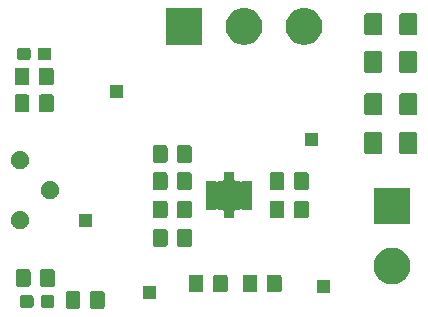
<source format=gbr>
G04 #@! TF.GenerationSoftware,KiCad,Pcbnew,(5.1.5)-2*
G04 #@! TF.CreationDate,2020-02-05T11:48:52+00:00*
G04 #@! TF.ProjectId,OPA1622_eval,4f504131-3632-4325-9f65-76616c2e6b69,rev?*
G04 #@! TF.SameCoordinates,Original*
G04 #@! TF.FileFunction,Soldermask,Top*
G04 #@! TF.FilePolarity,Negative*
%FSLAX46Y46*%
G04 Gerber Fmt 4.6, Leading zero omitted, Abs format (unit mm)*
G04 Created by KiCad (PCBNEW (5.1.5)-2) date 2020-02-05 11:48:52*
%MOMM*%
%LPD*%
G04 APERTURE LIST*
%ADD10C,0.100000*%
G04 APERTURE END LIST*
D10*
G36*
X132806674Y-149113465D02*
G01*
X132844367Y-149124899D01*
X132879103Y-149143466D01*
X132909548Y-149168452D01*
X132934534Y-149198897D01*
X132953101Y-149233633D01*
X132964535Y-149271326D01*
X132969000Y-149316661D01*
X132969000Y-150403339D01*
X132964535Y-150448674D01*
X132953101Y-150486367D01*
X132934534Y-150521103D01*
X132909548Y-150551548D01*
X132879103Y-150576534D01*
X132844367Y-150595101D01*
X132806674Y-150606535D01*
X132761339Y-150611000D01*
X131924661Y-150611000D01*
X131879326Y-150606535D01*
X131841633Y-150595101D01*
X131806897Y-150576534D01*
X131776452Y-150551548D01*
X131751466Y-150521103D01*
X131732899Y-150486367D01*
X131721465Y-150448674D01*
X131717000Y-150403339D01*
X131717000Y-149316661D01*
X131721465Y-149271326D01*
X131732899Y-149233633D01*
X131751466Y-149198897D01*
X131776452Y-149168452D01*
X131806897Y-149143466D01*
X131841633Y-149124899D01*
X131879326Y-149113465D01*
X131924661Y-149109000D01*
X132761339Y-149109000D01*
X132806674Y-149113465D01*
G37*
G36*
X130756674Y-149113465D02*
G01*
X130794367Y-149124899D01*
X130829103Y-149143466D01*
X130859548Y-149168452D01*
X130884534Y-149198897D01*
X130903101Y-149233633D01*
X130914535Y-149271326D01*
X130919000Y-149316661D01*
X130919000Y-150403339D01*
X130914535Y-150448674D01*
X130903101Y-150486367D01*
X130884534Y-150521103D01*
X130859548Y-150551548D01*
X130829103Y-150576534D01*
X130794367Y-150595101D01*
X130756674Y-150606535D01*
X130711339Y-150611000D01*
X129874661Y-150611000D01*
X129829326Y-150606535D01*
X129791633Y-150595101D01*
X129756897Y-150576534D01*
X129726452Y-150551548D01*
X129701466Y-150521103D01*
X129682899Y-150486367D01*
X129671465Y-150448674D01*
X129667000Y-150403339D01*
X129667000Y-149316661D01*
X129671465Y-149271326D01*
X129682899Y-149233633D01*
X129701466Y-149198897D01*
X129726452Y-149168452D01*
X129756897Y-149143466D01*
X129791633Y-149124899D01*
X129829326Y-149113465D01*
X129874661Y-149109000D01*
X130711339Y-149109000D01*
X130756674Y-149113465D01*
G37*
G36*
X128543499Y-149465445D02*
G01*
X128580995Y-149476820D01*
X128615554Y-149495292D01*
X128645847Y-149520153D01*
X128670708Y-149550446D01*
X128689180Y-149585005D01*
X128700555Y-149622501D01*
X128705000Y-149667638D01*
X128705000Y-150306362D01*
X128700555Y-150351499D01*
X128689180Y-150388995D01*
X128670708Y-150423554D01*
X128645847Y-150453847D01*
X128615554Y-150478708D01*
X128580995Y-150497180D01*
X128543499Y-150508555D01*
X128498362Y-150513000D01*
X127759638Y-150513000D01*
X127714501Y-150508555D01*
X127677005Y-150497180D01*
X127642446Y-150478708D01*
X127612153Y-150453847D01*
X127587292Y-150423554D01*
X127568820Y-150388995D01*
X127557445Y-150351499D01*
X127553000Y-150306362D01*
X127553000Y-149667638D01*
X127557445Y-149622501D01*
X127568820Y-149585005D01*
X127587292Y-149550446D01*
X127612153Y-149520153D01*
X127642446Y-149495292D01*
X127677005Y-149476820D01*
X127714501Y-149465445D01*
X127759638Y-149461000D01*
X128498362Y-149461000D01*
X128543499Y-149465445D01*
G37*
G36*
X126793499Y-149465445D02*
G01*
X126830995Y-149476820D01*
X126865554Y-149495292D01*
X126895847Y-149520153D01*
X126920708Y-149550446D01*
X126939180Y-149585005D01*
X126950555Y-149622501D01*
X126955000Y-149667638D01*
X126955000Y-150306362D01*
X126950555Y-150351499D01*
X126939180Y-150388995D01*
X126920708Y-150423554D01*
X126895847Y-150453847D01*
X126865554Y-150478708D01*
X126830995Y-150497180D01*
X126793499Y-150508555D01*
X126748362Y-150513000D01*
X126009638Y-150513000D01*
X125964501Y-150508555D01*
X125927005Y-150497180D01*
X125892446Y-150478708D01*
X125862153Y-150453847D01*
X125837292Y-150423554D01*
X125818820Y-150388995D01*
X125807445Y-150351499D01*
X125803000Y-150306362D01*
X125803000Y-149667638D01*
X125807445Y-149622501D01*
X125818820Y-149585005D01*
X125837292Y-149550446D01*
X125862153Y-149520153D01*
X125892446Y-149495292D01*
X125927005Y-149476820D01*
X125964501Y-149465445D01*
X126009638Y-149461000D01*
X126748362Y-149461000D01*
X126793499Y-149465445D01*
G37*
G36*
X137330000Y-149776000D02*
G01*
X136228000Y-149776000D01*
X136228000Y-148674000D01*
X137330000Y-148674000D01*
X137330000Y-149776000D01*
G37*
G36*
X152062000Y-149268000D02*
G01*
X150960000Y-149268000D01*
X150960000Y-148166000D01*
X152062000Y-148166000D01*
X152062000Y-149268000D01*
G37*
G36*
X145742674Y-147716465D02*
G01*
X145780367Y-147727899D01*
X145815103Y-147746466D01*
X145845548Y-147771452D01*
X145870534Y-147801897D01*
X145889101Y-147836633D01*
X145900535Y-147874326D01*
X145905000Y-147919661D01*
X145905000Y-149006339D01*
X145900535Y-149051674D01*
X145889101Y-149089367D01*
X145870534Y-149124103D01*
X145845548Y-149154548D01*
X145815103Y-149179534D01*
X145780367Y-149198101D01*
X145742674Y-149209535D01*
X145697339Y-149214000D01*
X144860661Y-149214000D01*
X144815326Y-149209535D01*
X144777633Y-149198101D01*
X144742897Y-149179534D01*
X144712452Y-149154548D01*
X144687466Y-149124103D01*
X144668899Y-149089367D01*
X144657465Y-149051674D01*
X144653000Y-149006339D01*
X144653000Y-147919661D01*
X144657465Y-147874326D01*
X144668899Y-147836633D01*
X144687466Y-147801897D01*
X144712452Y-147771452D01*
X144742897Y-147746466D01*
X144777633Y-147727899D01*
X144815326Y-147716465D01*
X144860661Y-147712000D01*
X145697339Y-147712000D01*
X145742674Y-147716465D01*
G37*
G36*
X147792674Y-147716465D02*
G01*
X147830367Y-147727899D01*
X147865103Y-147746466D01*
X147895548Y-147771452D01*
X147920534Y-147801897D01*
X147939101Y-147836633D01*
X147950535Y-147874326D01*
X147955000Y-147919661D01*
X147955000Y-149006339D01*
X147950535Y-149051674D01*
X147939101Y-149089367D01*
X147920534Y-149124103D01*
X147895548Y-149154548D01*
X147865103Y-149179534D01*
X147830367Y-149198101D01*
X147792674Y-149209535D01*
X147747339Y-149214000D01*
X146910661Y-149214000D01*
X146865326Y-149209535D01*
X146827633Y-149198101D01*
X146792897Y-149179534D01*
X146762452Y-149154548D01*
X146737466Y-149124103D01*
X146718899Y-149089367D01*
X146707465Y-149051674D01*
X146703000Y-149006339D01*
X146703000Y-147919661D01*
X146707465Y-147874326D01*
X146718899Y-147836633D01*
X146737466Y-147801897D01*
X146762452Y-147771452D01*
X146792897Y-147746466D01*
X146827633Y-147727899D01*
X146865326Y-147716465D01*
X146910661Y-147712000D01*
X147747339Y-147712000D01*
X147792674Y-147716465D01*
G37*
G36*
X143229674Y-147716465D02*
G01*
X143267367Y-147727899D01*
X143302103Y-147746466D01*
X143332548Y-147771452D01*
X143357534Y-147801897D01*
X143376101Y-147836633D01*
X143387535Y-147874326D01*
X143392000Y-147919661D01*
X143392000Y-149006339D01*
X143387535Y-149051674D01*
X143376101Y-149089367D01*
X143357534Y-149124103D01*
X143332548Y-149154548D01*
X143302103Y-149179534D01*
X143267367Y-149198101D01*
X143229674Y-149209535D01*
X143184339Y-149214000D01*
X142347661Y-149214000D01*
X142302326Y-149209535D01*
X142264633Y-149198101D01*
X142229897Y-149179534D01*
X142199452Y-149154548D01*
X142174466Y-149124103D01*
X142155899Y-149089367D01*
X142144465Y-149051674D01*
X142140000Y-149006339D01*
X142140000Y-147919661D01*
X142144465Y-147874326D01*
X142155899Y-147836633D01*
X142174466Y-147801897D01*
X142199452Y-147771452D01*
X142229897Y-147746466D01*
X142264633Y-147727899D01*
X142302326Y-147716465D01*
X142347661Y-147712000D01*
X143184339Y-147712000D01*
X143229674Y-147716465D01*
G37*
G36*
X141179674Y-147716465D02*
G01*
X141217367Y-147727899D01*
X141252103Y-147746466D01*
X141282548Y-147771452D01*
X141307534Y-147801897D01*
X141326101Y-147836633D01*
X141337535Y-147874326D01*
X141342000Y-147919661D01*
X141342000Y-149006339D01*
X141337535Y-149051674D01*
X141326101Y-149089367D01*
X141307534Y-149124103D01*
X141282548Y-149154548D01*
X141252103Y-149179534D01*
X141217367Y-149198101D01*
X141179674Y-149209535D01*
X141134339Y-149214000D01*
X140297661Y-149214000D01*
X140252326Y-149209535D01*
X140214633Y-149198101D01*
X140179897Y-149179534D01*
X140149452Y-149154548D01*
X140124466Y-149124103D01*
X140105899Y-149089367D01*
X140094465Y-149051674D01*
X140090000Y-149006339D01*
X140090000Y-147919661D01*
X140094465Y-147874326D01*
X140105899Y-147836633D01*
X140124466Y-147801897D01*
X140149452Y-147771452D01*
X140179897Y-147746466D01*
X140214633Y-147727899D01*
X140252326Y-147716465D01*
X140297661Y-147712000D01*
X141134339Y-147712000D01*
X141179674Y-147716465D01*
G37*
G36*
X126538674Y-147253465D02*
G01*
X126576367Y-147264899D01*
X126611103Y-147283466D01*
X126641548Y-147308452D01*
X126666534Y-147338897D01*
X126685101Y-147373633D01*
X126696535Y-147411326D01*
X126701000Y-147456661D01*
X126701000Y-148543339D01*
X126696535Y-148588674D01*
X126685101Y-148626367D01*
X126666534Y-148661103D01*
X126641548Y-148691548D01*
X126611103Y-148716534D01*
X126576367Y-148735101D01*
X126538674Y-148746535D01*
X126493339Y-148751000D01*
X125656661Y-148751000D01*
X125611326Y-148746535D01*
X125573633Y-148735101D01*
X125538897Y-148716534D01*
X125508452Y-148691548D01*
X125483466Y-148661103D01*
X125464899Y-148626367D01*
X125453465Y-148588674D01*
X125449000Y-148543339D01*
X125449000Y-147456661D01*
X125453465Y-147411326D01*
X125464899Y-147373633D01*
X125483466Y-147338897D01*
X125508452Y-147308452D01*
X125538897Y-147283466D01*
X125573633Y-147264899D01*
X125611326Y-147253465D01*
X125656661Y-147249000D01*
X126493339Y-147249000D01*
X126538674Y-147253465D01*
G37*
G36*
X128588674Y-147253465D02*
G01*
X128626367Y-147264899D01*
X128661103Y-147283466D01*
X128691548Y-147308452D01*
X128716534Y-147338897D01*
X128735101Y-147373633D01*
X128746535Y-147411326D01*
X128751000Y-147456661D01*
X128751000Y-148543339D01*
X128746535Y-148588674D01*
X128735101Y-148626367D01*
X128716534Y-148661103D01*
X128691548Y-148691548D01*
X128661103Y-148716534D01*
X128626367Y-148735101D01*
X128588674Y-148746535D01*
X128543339Y-148751000D01*
X127706661Y-148751000D01*
X127661326Y-148746535D01*
X127623633Y-148735101D01*
X127588897Y-148716534D01*
X127558452Y-148691548D01*
X127533466Y-148661103D01*
X127514899Y-148626367D01*
X127503465Y-148588674D01*
X127499000Y-148543339D01*
X127499000Y-147456661D01*
X127503465Y-147411326D01*
X127514899Y-147373633D01*
X127533466Y-147338897D01*
X127558452Y-147308452D01*
X127588897Y-147283466D01*
X127623633Y-147264899D01*
X127661326Y-147253465D01*
X127706661Y-147249000D01*
X128543339Y-147249000D01*
X128588674Y-147253465D01*
G37*
G36*
X157602585Y-145458802D02*
G01*
X157752410Y-145488604D01*
X158034674Y-145605521D01*
X158288705Y-145775259D01*
X158504741Y-145991295D01*
X158674479Y-146245326D01*
X158791396Y-146527590D01*
X158791396Y-146527591D01*
X158851000Y-146827239D01*
X158851000Y-147132761D01*
X158826990Y-147253465D01*
X158791396Y-147432410D01*
X158674479Y-147714674D01*
X158504741Y-147968705D01*
X158288705Y-148184741D01*
X158034674Y-148354479D01*
X157752410Y-148471396D01*
X157602585Y-148501198D01*
X157452761Y-148531000D01*
X157147239Y-148531000D01*
X156997415Y-148501198D01*
X156847590Y-148471396D01*
X156565326Y-148354479D01*
X156311295Y-148184741D01*
X156095259Y-147968705D01*
X155925521Y-147714674D01*
X155808604Y-147432410D01*
X155773010Y-147253465D01*
X155749000Y-147132761D01*
X155749000Y-146827239D01*
X155808604Y-146527591D01*
X155808604Y-146527590D01*
X155925521Y-146245326D01*
X156095259Y-145991295D01*
X156311295Y-145775259D01*
X156565326Y-145605521D01*
X156847590Y-145488604D01*
X156997415Y-145458802D01*
X157147239Y-145429000D01*
X157452761Y-145429000D01*
X157602585Y-145458802D01*
G37*
G36*
X140188674Y-143853465D02*
G01*
X140226367Y-143864899D01*
X140261103Y-143883466D01*
X140291548Y-143908452D01*
X140316534Y-143938897D01*
X140335101Y-143973633D01*
X140346535Y-144011326D01*
X140351000Y-144056661D01*
X140351000Y-145143339D01*
X140346535Y-145188674D01*
X140335101Y-145226367D01*
X140316534Y-145261103D01*
X140291548Y-145291548D01*
X140261103Y-145316534D01*
X140226367Y-145335101D01*
X140188674Y-145346535D01*
X140143339Y-145351000D01*
X139306661Y-145351000D01*
X139261326Y-145346535D01*
X139223633Y-145335101D01*
X139188897Y-145316534D01*
X139158452Y-145291548D01*
X139133466Y-145261103D01*
X139114899Y-145226367D01*
X139103465Y-145188674D01*
X139099000Y-145143339D01*
X139099000Y-144056661D01*
X139103465Y-144011326D01*
X139114899Y-143973633D01*
X139133466Y-143938897D01*
X139158452Y-143908452D01*
X139188897Y-143883466D01*
X139223633Y-143864899D01*
X139261326Y-143853465D01*
X139306661Y-143849000D01*
X140143339Y-143849000D01*
X140188674Y-143853465D01*
G37*
G36*
X138138674Y-143853465D02*
G01*
X138176367Y-143864899D01*
X138211103Y-143883466D01*
X138241548Y-143908452D01*
X138266534Y-143938897D01*
X138285101Y-143973633D01*
X138296535Y-144011326D01*
X138301000Y-144056661D01*
X138301000Y-145143339D01*
X138296535Y-145188674D01*
X138285101Y-145226367D01*
X138266534Y-145261103D01*
X138241548Y-145291548D01*
X138211103Y-145316534D01*
X138176367Y-145335101D01*
X138138674Y-145346535D01*
X138093339Y-145351000D01*
X137256661Y-145351000D01*
X137211326Y-145346535D01*
X137173633Y-145335101D01*
X137138897Y-145316534D01*
X137108452Y-145291548D01*
X137083466Y-145261103D01*
X137064899Y-145226367D01*
X137053465Y-145188674D01*
X137049000Y-145143339D01*
X137049000Y-144056661D01*
X137053465Y-144011326D01*
X137064899Y-143973633D01*
X137083466Y-143938897D01*
X137108452Y-143908452D01*
X137138897Y-143883466D01*
X137173633Y-143864899D01*
X137211326Y-143853465D01*
X137256661Y-143849000D01*
X138093339Y-143849000D01*
X138138674Y-143853465D01*
G37*
G36*
X125925589Y-142318876D02*
G01*
X126024893Y-142338629D01*
X126165206Y-142396748D01*
X126291484Y-142481125D01*
X126398875Y-142588516D01*
X126483252Y-142714794D01*
X126541371Y-142855107D01*
X126571000Y-143004063D01*
X126571000Y-143155937D01*
X126541371Y-143304893D01*
X126483252Y-143445206D01*
X126398875Y-143571484D01*
X126291484Y-143678875D01*
X126165206Y-143763252D01*
X126024893Y-143821371D01*
X125925589Y-143841124D01*
X125875938Y-143851000D01*
X125724062Y-143851000D01*
X125674411Y-143841124D01*
X125575107Y-143821371D01*
X125434794Y-143763252D01*
X125308516Y-143678875D01*
X125201125Y-143571484D01*
X125116748Y-143445206D01*
X125058629Y-143304893D01*
X125029000Y-143155937D01*
X125029000Y-143004063D01*
X125058629Y-142855107D01*
X125116748Y-142714794D01*
X125201125Y-142588516D01*
X125308516Y-142481125D01*
X125434794Y-142396748D01*
X125575107Y-142338629D01*
X125674411Y-142318876D01*
X125724062Y-142309000D01*
X125875938Y-142309000D01*
X125925589Y-142318876D01*
G37*
G36*
X131869000Y-143680000D02*
G01*
X130767000Y-143680000D01*
X130767000Y-142578000D01*
X131869000Y-142578000D01*
X131869000Y-143680000D01*
G37*
G36*
X158851000Y-143451000D02*
G01*
X155749000Y-143451000D01*
X155749000Y-140349000D01*
X158851000Y-140349000D01*
X158851000Y-143451000D01*
G37*
G36*
X148038674Y-141453465D02*
G01*
X148076367Y-141464899D01*
X148111103Y-141483466D01*
X148141548Y-141508452D01*
X148166534Y-141538897D01*
X148185101Y-141573633D01*
X148196535Y-141611326D01*
X148201000Y-141656661D01*
X148201000Y-142743339D01*
X148196535Y-142788674D01*
X148185101Y-142826367D01*
X148166534Y-142861103D01*
X148141548Y-142891548D01*
X148111103Y-142916534D01*
X148076367Y-142935101D01*
X148038674Y-142946535D01*
X147993339Y-142951000D01*
X147156661Y-142951000D01*
X147111326Y-142946535D01*
X147073633Y-142935101D01*
X147038897Y-142916534D01*
X147008452Y-142891548D01*
X146983466Y-142861103D01*
X146964899Y-142826367D01*
X146953465Y-142788674D01*
X146949000Y-142743339D01*
X146949000Y-141656661D01*
X146953465Y-141611326D01*
X146964899Y-141573633D01*
X146983466Y-141538897D01*
X147008452Y-141508452D01*
X147038897Y-141483466D01*
X147073633Y-141464899D01*
X147111326Y-141453465D01*
X147156661Y-141449000D01*
X147993339Y-141449000D01*
X148038674Y-141453465D01*
G37*
G36*
X150088674Y-141453465D02*
G01*
X150126367Y-141464899D01*
X150161103Y-141483466D01*
X150191548Y-141508452D01*
X150216534Y-141538897D01*
X150235101Y-141573633D01*
X150246535Y-141611326D01*
X150251000Y-141656661D01*
X150251000Y-142743339D01*
X150246535Y-142788674D01*
X150235101Y-142826367D01*
X150216534Y-142861103D01*
X150191548Y-142891548D01*
X150161103Y-142916534D01*
X150126367Y-142935101D01*
X150088674Y-142946535D01*
X150043339Y-142951000D01*
X149206661Y-142951000D01*
X149161326Y-142946535D01*
X149123633Y-142935101D01*
X149088897Y-142916534D01*
X149058452Y-142891548D01*
X149033466Y-142861103D01*
X149014899Y-142826367D01*
X149003465Y-142788674D01*
X148999000Y-142743339D01*
X148999000Y-141656661D01*
X149003465Y-141611326D01*
X149014899Y-141573633D01*
X149033466Y-141538897D01*
X149058452Y-141508452D01*
X149088897Y-141483466D01*
X149123633Y-141464899D01*
X149161326Y-141453465D01*
X149206661Y-141449000D01*
X150043339Y-141449000D01*
X150088674Y-141453465D01*
G37*
G36*
X143941000Y-139624001D02*
G01*
X143943402Y-139648387D01*
X143950515Y-139671836D01*
X143962066Y-139693447D01*
X143977611Y-139712389D01*
X143996553Y-139727934D01*
X144018164Y-139739485D01*
X144041613Y-139746598D01*
X144065999Y-139749000D01*
X144379273Y-139749000D01*
X144385515Y-139769577D01*
X144397066Y-139791188D01*
X144412611Y-139810130D01*
X144431553Y-139825675D01*
X144453164Y-139837226D01*
X144476613Y-139844339D01*
X144500999Y-139846741D01*
X144525385Y-139844339D01*
X144548834Y-139837226D01*
X144561863Y-139830262D01*
X144561910Y-139830351D01*
X144572762Y-139824550D01*
X144572766Y-139824547D01*
X144609248Y-139805047D01*
X144630405Y-139798629D01*
X144648832Y-139793039D01*
X144652689Y-139792659D01*
X144679685Y-139790000D01*
X145470000Y-139790000D01*
X145470000Y-139983552D01*
X145470601Y-139995790D01*
X145471016Y-140000000D01*
X145470601Y-140004210D01*
X145470000Y-140016448D01*
X145470000Y-140483552D01*
X145470601Y-140495790D01*
X145471016Y-140500000D01*
X145470601Y-140504210D01*
X145470000Y-140516448D01*
X145470000Y-140983552D01*
X145470601Y-140995790D01*
X145471016Y-141000000D01*
X145470601Y-141004210D01*
X145470000Y-141016448D01*
X145470000Y-141483552D01*
X145470601Y-141495790D01*
X145471016Y-141500000D01*
X145470601Y-141504210D01*
X145470000Y-141516448D01*
X145470000Y-141983552D01*
X145470601Y-141995790D01*
X145471016Y-142000000D01*
X145470601Y-142004210D01*
X145470000Y-142016448D01*
X145470000Y-142210000D01*
X144679685Y-142210000D01*
X144652690Y-142207341D01*
X144648832Y-142206961D01*
X144609251Y-142194954D01*
X144609248Y-142194953D01*
X144572766Y-142175453D01*
X144572760Y-142175448D01*
X144564175Y-142170859D01*
X144559927Y-142168021D01*
X144537289Y-142158643D01*
X144513256Y-142153861D01*
X144488752Y-142153860D01*
X144464718Y-142158640D01*
X144442079Y-142168016D01*
X144421704Y-142181629D01*
X144404377Y-142198956D01*
X144390762Y-142219330D01*
X144381384Y-142241968D01*
X144379587Y-142251000D01*
X144065999Y-142251000D01*
X144041613Y-142253402D01*
X144018164Y-142260515D01*
X143996553Y-142272066D01*
X143977611Y-142287611D01*
X143962066Y-142306553D01*
X143950515Y-142328164D01*
X143943402Y-142351613D01*
X143941000Y-142375999D01*
X143941000Y-142951000D01*
X143059000Y-142951000D01*
X143059000Y-142375999D01*
X143056598Y-142351613D01*
X143049485Y-142328164D01*
X143037934Y-142306553D01*
X143022389Y-142287611D01*
X143003447Y-142272066D01*
X142981836Y-142260515D01*
X142958387Y-142253402D01*
X142934001Y-142251000D01*
X142620727Y-142251000D01*
X142614485Y-142230423D01*
X142602934Y-142208812D01*
X142587389Y-142189870D01*
X142568447Y-142174325D01*
X142546836Y-142162774D01*
X142523387Y-142155661D01*
X142499001Y-142153259D01*
X142474615Y-142155661D01*
X142451166Y-142162774D01*
X142438137Y-142169738D01*
X142438090Y-142169649D01*
X142427238Y-142175450D01*
X142427234Y-142175453D01*
X142390752Y-142194953D01*
X142390749Y-142194954D01*
X142351168Y-142206961D01*
X142347310Y-142207341D01*
X142320315Y-142210000D01*
X141530000Y-142210000D01*
X141530000Y-142016448D01*
X141529399Y-142004210D01*
X141528984Y-142000000D01*
X141529399Y-141995790D01*
X141530000Y-141983552D01*
X141530000Y-141516448D01*
X141529399Y-141504210D01*
X141528984Y-141500000D01*
X141529399Y-141495790D01*
X141530000Y-141483552D01*
X141530000Y-141016448D01*
X141529399Y-141004210D01*
X141528984Y-141000000D01*
X141529399Y-140995790D01*
X141530000Y-140983552D01*
X141530000Y-140516448D01*
X141529399Y-140504210D01*
X141528984Y-140500000D01*
X141529399Y-140495790D01*
X141530000Y-140483552D01*
X141530000Y-140016448D01*
X141529399Y-140004210D01*
X141528984Y-140000000D01*
X141529399Y-139995790D01*
X141530000Y-139983552D01*
X141530000Y-139790000D01*
X142320315Y-139790000D01*
X142347311Y-139792659D01*
X142351168Y-139793039D01*
X142369595Y-139798629D01*
X142390752Y-139805047D01*
X142427234Y-139824547D01*
X142427240Y-139824552D01*
X142435825Y-139829141D01*
X142440073Y-139831979D01*
X142462711Y-139841357D01*
X142486744Y-139846139D01*
X142511248Y-139846140D01*
X142535282Y-139841360D01*
X142557921Y-139831984D01*
X142578296Y-139818371D01*
X142595623Y-139801044D01*
X142609238Y-139780670D01*
X142618616Y-139758032D01*
X142620413Y-139749000D01*
X142934001Y-139749000D01*
X142958387Y-139746598D01*
X142981836Y-139739485D01*
X143003447Y-139727934D01*
X143022389Y-139712389D01*
X143037934Y-139693447D01*
X143049485Y-139671836D01*
X143056598Y-139648387D01*
X143059000Y-139624001D01*
X143059000Y-139049000D01*
X143941000Y-139049000D01*
X143941000Y-139624001D01*
G37*
G36*
X138138674Y-141453465D02*
G01*
X138176367Y-141464899D01*
X138211103Y-141483466D01*
X138241548Y-141508452D01*
X138266534Y-141538897D01*
X138285101Y-141573633D01*
X138296535Y-141611326D01*
X138301000Y-141656661D01*
X138301000Y-142743339D01*
X138296535Y-142788674D01*
X138285101Y-142826367D01*
X138266534Y-142861103D01*
X138241548Y-142891548D01*
X138211103Y-142916534D01*
X138176367Y-142935101D01*
X138138674Y-142946535D01*
X138093339Y-142951000D01*
X137256661Y-142951000D01*
X137211326Y-142946535D01*
X137173633Y-142935101D01*
X137138897Y-142916534D01*
X137108452Y-142891548D01*
X137083466Y-142861103D01*
X137064899Y-142826367D01*
X137053465Y-142788674D01*
X137049000Y-142743339D01*
X137049000Y-141656661D01*
X137053465Y-141611326D01*
X137064899Y-141573633D01*
X137083466Y-141538897D01*
X137108452Y-141508452D01*
X137138897Y-141483466D01*
X137173633Y-141464899D01*
X137211326Y-141453465D01*
X137256661Y-141449000D01*
X138093339Y-141449000D01*
X138138674Y-141453465D01*
G37*
G36*
X140188674Y-141453465D02*
G01*
X140226367Y-141464899D01*
X140261103Y-141483466D01*
X140291548Y-141508452D01*
X140316534Y-141538897D01*
X140335101Y-141573633D01*
X140346535Y-141611326D01*
X140351000Y-141656661D01*
X140351000Y-142743339D01*
X140346535Y-142788674D01*
X140335101Y-142826367D01*
X140316534Y-142861103D01*
X140291548Y-142891548D01*
X140261103Y-142916534D01*
X140226367Y-142935101D01*
X140188674Y-142946535D01*
X140143339Y-142951000D01*
X139306661Y-142951000D01*
X139261326Y-142946535D01*
X139223633Y-142935101D01*
X139188897Y-142916534D01*
X139158452Y-142891548D01*
X139133466Y-142861103D01*
X139114899Y-142826367D01*
X139103465Y-142788674D01*
X139099000Y-142743339D01*
X139099000Y-141656661D01*
X139103465Y-141611326D01*
X139114899Y-141573633D01*
X139133466Y-141538897D01*
X139158452Y-141508452D01*
X139188897Y-141483466D01*
X139223633Y-141464899D01*
X139261326Y-141453465D01*
X139306661Y-141449000D01*
X140143339Y-141449000D01*
X140188674Y-141453465D01*
G37*
G36*
X128465589Y-139778876D02*
G01*
X128564893Y-139798629D01*
X128705206Y-139856748D01*
X128831484Y-139941125D01*
X128938875Y-140048516D01*
X129023252Y-140174794D01*
X129081371Y-140315107D01*
X129111000Y-140464063D01*
X129111000Y-140615937D01*
X129081371Y-140764893D01*
X129023252Y-140905206D01*
X128938875Y-141031484D01*
X128831484Y-141138875D01*
X128705206Y-141223252D01*
X128564893Y-141281371D01*
X128465589Y-141301124D01*
X128415938Y-141311000D01*
X128264062Y-141311000D01*
X128214411Y-141301124D01*
X128115107Y-141281371D01*
X127974794Y-141223252D01*
X127848516Y-141138875D01*
X127741125Y-141031484D01*
X127656748Y-140905206D01*
X127598629Y-140764893D01*
X127569000Y-140615937D01*
X127569000Y-140464063D01*
X127598629Y-140315107D01*
X127656748Y-140174794D01*
X127741125Y-140048516D01*
X127848516Y-139941125D01*
X127974794Y-139856748D01*
X128115107Y-139798629D01*
X128214411Y-139778876D01*
X128264062Y-139769000D01*
X128415938Y-139769000D01*
X128465589Y-139778876D01*
G37*
G36*
X138138674Y-139053465D02*
G01*
X138176367Y-139064899D01*
X138211103Y-139083466D01*
X138241548Y-139108452D01*
X138266534Y-139138897D01*
X138285101Y-139173633D01*
X138296535Y-139211326D01*
X138301000Y-139256661D01*
X138301000Y-140343339D01*
X138296535Y-140388674D01*
X138285101Y-140426367D01*
X138266534Y-140461103D01*
X138241548Y-140491548D01*
X138211103Y-140516534D01*
X138176367Y-140535101D01*
X138138674Y-140546535D01*
X138093339Y-140551000D01*
X137256661Y-140551000D01*
X137211326Y-140546535D01*
X137173633Y-140535101D01*
X137138897Y-140516534D01*
X137108452Y-140491548D01*
X137083466Y-140461103D01*
X137064899Y-140426367D01*
X137053465Y-140388674D01*
X137049000Y-140343339D01*
X137049000Y-139256661D01*
X137053465Y-139211326D01*
X137064899Y-139173633D01*
X137083466Y-139138897D01*
X137108452Y-139108452D01*
X137138897Y-139083466D01*
X137173633Y-139064899D01*
X137211326Y-139053465D01*
X137256661Y-139049000D01*
X138093339Y-139049000D01*
X138138674Y-139053465D01*
G37*
G36*
X150088674Y-139053465D02*
G01*
X150126367Y-139064899D01*
X150161103Y-139083466D01*
X150191548Y-139108452D01*
X150216534Y-139138897D01*
X150235101Y-139173633D01*
X150246535Y-139211326D01*
X150251000Y-139256661D01*
X150251000Y-140343339D01*
X150246535Y-140388674D01*
X150235101Y-140426367D01*
X150216534Y-140461103D01*
X150191548Y-140491548D01*
X150161103Y-140516534D01*
X150126367Y-140535101D01*
X150088674Y-140546535D01*
X150043339Y-140551000D01*
X149206661Y-140551000D01*
X149161326Y-140546535D01*
X149123633Y-140535101D01*
X149088897Y-140516534D01*
X149058452Y-140491548D01*
X149033466Y-140461103D01*
X149014899Y-140426367D01*
X149003465Y-140388674D01*
X148999000Y-140343339D01*
X148999000Y-139256661D01*
X149003465Y-139211326D01*
X149014899Y-139173633D01*
X149033466Y-139138897D01*
X149058452Y-139108452D01*
X149088897Y-139083466D01*
X149123633Y-139064899D01*
X149161326Y-139053465D01*
X149206661Y-139049000D01*
X150043339Y-139049000D01*
X150088674Y-139053465D01*
G37*
G36*
X148038674Y-139053465D02*
G01*
X148076367Y-139064899D01*
X148111103Y-139083466D01*
X148141548Y-139108452D01*
X148166534Y-139138897D01*
X148185101Y-139173633D01*
X148196535Y-139211326D01*
X148201000Y-139256661D01*
X148201000Y-140343339D01*
X148196535Y-140388674D01*
X148185101Y-140426367D01*
X148166534Y-140461103D01*
X148141548Y-140491548D01*
X148111103Y-140516534D01*
X148076367Y-140535101D01*
X148038674Y-140546535D01*
X147993339Y-140551000D01*
X147156661Y-140551000D01*
X147111326Y-140546535D01*
X147073633Y-140535101D01*
X147038897Y-140516534D01*
X147008452Y-140491548D01*
X146983466Y-140461103D01*
X146964899Y-140426367D01*
X146953465Y-140388674D01*
X146949000Y-140343339D01*
X146949000Y-139256661D01*
X146953465Y-139211326D01*
X146964899Y-139173633D01*
X146983466Y-139138897D01*
X147008452Y-139108452D01*
X147038897Y-139083466D01*
X147073633Y-139064899D01*
X147111326Y-139053465D01*
X147156661Y-139049000D01*
X147993339Y-139049000D01*
X148038674Y-139053465D01*
G37*
G36*
X140188674Y-139053465D02*
G01*
X140226367Y-139064899D01*
X140261103Y-139083466D01*
X140291548Y-139108452D01*
X140316534Y-139138897D01*
X140335101Y-139173633D01*
X140346535Y-139211326D01*
X140351000Y-139256661D01*
X140351000Y-140343339D01*
X140346535Y-140388674D01*
X140335101Y-140426367D01*
X140316534Y-140461103D01*
X140291548Y-140491548D01*
X140261103Y-140516534D01*
X140226367Y-140535101D01*
X140188674Y-140546535D01*
X140143339Y-140551000D01*
X139306661Y-140551000D01*
X139261326Y-140546535D01*
X139223633Y-140535101D01*
X139188897Y-140516534D01*
X139158452Y-140491548D01*
X139133466Y-140461103D01*
X139114899Y-140426367D01*
X139103465Y-140388674D01*
X139099000Y-140343339D01*
X139099000Y-139256661D01*
X139103465Y-139211326D01*
X139114899Y-139173633D01*
X139133466Y-139138897D01*
X139158452Y-139108452D01*
X139188897Y-139083466D01*
X139223633Y-139064899D01*
X139261326Y-139053465D01*
X139306661Y-139049000D01*
X140143339Y-139049000D01*
X140188674Y-139053465D01*
G37*
G36*
X125925589Y-137238876D02*
G01*
X126024893Y-137258629D01*
X126165206Y-137316748D01*
X126291484Y-137401125D01*
X126398875Y-137508516D01*
X126483252Y-137634794D01*
X126541371Y-137775107D01*
X126541371Y-137775109D01*
X126571000Y-137924062D01*
X126571000Y-138075938D01*
X126561124Y-138125589D01*
X126541371Y-138224893D01*
X126483252Y-138365206D01*
X126398875Y-138491484D01*
X126291484Y-138598875D01*
X126165206Y-138683252D01*
X126024893Y-138741371D01*
X125925589Y-138761124D01*
X125875938Y-138771000D01*
X125724062Y-138771000D01*
X125674411Y-138761124D01*
X125575107Y-138741371D01*
X125434794Y-138683252D01*
X125308516Y-138598875D01*
X125201125Y-138491484D01*
X125116748Y-138365206D01*
X125058629Y-138224893D01*
X125038876Y-138125589D01*
X125029000Y-138075938D01*
X125029000Y-137924062D01*
X125058629Y-137775109D01*
X125058629Y-137775107D01*
X125116748Y-137634794D01*
X125201125Y-137508516D01*
X125308516Y-137401125D01*
X125434794Y-137316748D01*
X125575107Y-137258629D01*
X125674411Y-137238876D01*
X125724062Y-137229000D01*
X125875938Y-137229000D01*
X125925589Y-137238876D01*
G37*
G36*
X138138674Y-136753465D02*
G01*
X138176367Y-136764899D01*
X138211103Y-136783466D01*
X138241548Y-136808452D01*
X138266534Y-136838897D01*
X138285101Y-136873633D01*
X138296535Y-136911326D01*
X138301000Y-136956661D01*
X138301000Y-138043339D01*
X138296535Y-138088674D01*
X138285101Y-138126367D01*
X138266534Y-138161103D01*
X138241548Y-138191548D01*
X138211103Y-138216534D01*
X138176367Y-138235101D01*
X138138674Y-138246535D01*
X138093339Y-138251000D01*
X137256661Y-138251000D01*
X137211326Y-138246535D01*
X137173633Y-138235101D01*
X137138897Y-138216534D01*
X137108452Y-138191548D01*
X137083466Y-138161103D01*
X137064899Y-138126367D01*
X137053465Y-138088674D01*
X137049000Y-138043339D01*
X137049000Y-136956661D01*
X137053465Y-136911326D01*
X137064899Y-136873633D01*
X137083466Y-136838897D01*
X137108452Y-136808452D01*
X137138897Y-136783466D01*
X137173633Y-136764899D01*
X137211326Y-136753465D01*
X137256661Y-136749000D01*
X138093339Y-136749000D01*
X138138674Y-136753465D01*
G37*
G36*
X140188674Y-136753465D02*
G01*
X140226367Y-136764899D01*
X140261103Y-136783466D01*
X140291548Y-136808452D01*
X140316534Y-136838897D01*
X140335101Y-136873633D01*
X140346535Y-136911326D01*
X140351000Y-136956661D01*
X140351000Y-138043339D01*
X140346535Y-138088674D01*
X140335101Y-138126367D01*
X140316534Y-138161103D01*
X140291548Y-138191548D01*
X140261103Y-138216534D01*
X140226367Y-138235101D01*
X140188674Y-138246535D01*
X140143339Y-138251000D01*
X139306661Y-138251000D01*
X139261326Y-138246535D01*
X139223633Y-138235101D01*
X139188897Y-138216534D01*
X139158452Y-138191548D01*
X139133466Y-138161103D01*
X139114899Y-138126367D01*
X139103465Y-138088674D01*
X139099000Y-138043339D01*
X139099000Y-136956661D01*
X139103465Y-136911326D01*
X139114899Y-136873633D01*
X139133466Y-136838897D01*
X139158452Y-136808452D01*
X139188897Y-136783466D01*
X139223633Y-136764899D01*
X139261326Y-136753465D01*
X139306661Y-136749000D01*
X140143339Y-136749000D01*
X140188674Y-136753465D01*
G37*
G36*
X159300562Y-135648181D02*
G01*
X159335481Y-135658774D01*
X159367663Y-135675976D01*
X159395873Y-135699127D01*
X159419024Y-135727337D01*
X159436226Y-135759519D01*
X159446819Y-135794438D01*
X159451000Y-135836895D01*
X159451000Y-137303105D01*
X159446819Y-137345562D01*
X159436226Y-137380481D01*
X159419024Y-137412663D01*
X159395873Y-137440873D01*
X159367663Y-137464024D01*
X159335481Y-137481226D01*
X159300562Y-137491819D01*
X159258105Y-137496000D01*
X158116895Y-137496000D01*
X158074438Y-137491819D01*
X158039519Y-137481226D01*
X158007337Y-137464024D01*
X157979127Y-137440873D01*
X157955976Y-137412663D01*
X157938774Y-137380481D01*
X157928181Y-137345562D01*
X157924000Y-137303105D01*
X157924000Y-135836895D01*
X157928181Y-135794438D01*
X157938774Y-135759519D01*
X157955976Y-135727337D01*
X157979127Y-135699127D01*
X158007337Y-135675976D01*
X158039519Y-135658774D01*
X158074438Y-135648181D01*
X158116895Y-135644000D01*
X159258105Y-135644000D01*
X159300562Y-135648181D01*
G37*
G36*
X156325562Y-135648181D02*
G01*
X156360481Y-135658774D01*
X156392663Y-135675976D01*
X156420873Y-135699127D01*
X156444024Y-135727337D01*
X156461226Y-135759519D01*
X156471819Y-135794438D01*
X156476000Y-135836895D01*
X156476000Y-137303105D01*
X156471819Y-137345562D01*
X156461226Y-137380481D01*
X156444024Y-137412663D01*
X156420873Y-137440873D01*
X156392663Y-137464024D01*
X156360481Y-137481226D01*
X156325562Y-137491819D01*
X156283105Y-137496000D01*
X155141895Y-137496000D01*
X155099438Y-137491819D01*
X155064519Y-137481226D01*
X155032337Y-137464024D01*
X155004127Y-137440873D01*
X154980976Y-137412663D01*
X154963774Y-137380481D01*
X154953181Y-137345562D01*
X154949000Y-137303105D01*
X154949000Y-135836895D01*
X154953181Y-135794438D01*
X154963774Y-135759519D01*
X154980976Y-135727337D01*
X155004127Y-135699127D01*
X155032337Y-135675976D01*
X155064519Y-135658774D01*
X155099438Y-135648181D01*
X155141895Y-135644000D01*
X156283105Y-135644000D01*
X156325562Y-135648181D01*
G37*
G36*
X151046000Y-136822000D02*
G01*
X149944000Y-136822000D01*
X149944000Y-135720000D01*
X151046000Y-135720000D01*
X151046000Y-136822000D01*
G37*
G36*
X156325562Y-132358181D02*
G01*
X156360481Y-132368774D01*
X156392663Y-132385976D01*
X156420873Y-132409127D01*
X156444024Y-132437337D01*
X156461226Y-132469519D01*
X156471819Y-132504438D01*
X156476000Y-132546895D01*
X156476000Y-134013105D01*
X156471819Y-134055562D01*
X156461226Y-134090481D01*
X156444024Y-134122663D01*
X156420873Y-134150873D01*
X156392663Y-134174024D01*
X156360481Y-134191226D01*
X156325562Y-134201819D01*
X156283105Y-134206000D01*
X155141895Y-134206000D01*
X155099438Y-134201819D01*
X155064519Y-134191226D01*
X155032337Y-134174024D01*
X155004127Y-134150873D01*
X154980976Y-134122663D01*
X154963774Y-134090481D01*
X154953181Y-134055562D01*
X154949000Y-134013105D01*
X154949000Y-132546895D01*
X154953181Y-132504438D01*
X154963774Y-132469519D01*
X154980976Y-132437337D01*
X155004127Y-132409127D01*
X155032337Y-132385976D01*
X155064519Y-132368774D01*
X155099438Y-132358181D01*
X155141895Y-132354000D01*
X156283105Y-132354000D01*
X156325562Y-132358181D01*
G37*
G36*
X159300562Y-132358181D02*
G01*
X159335481Y-132368774D01*
X159367663Y-132385976D01*
X159395873Y-132409127D01*
X159419024Y-132437337D01*
X159436226Y-132469519D01*
X159446819Y-132504438D01*
X159451000Y-132546895D01*
X159451000Y-134013105D01*
X159446819Y-134055562D01*
X159436226Y-134090481D01*
X159419024Y-134122663D01*
X159395873Y-134150873D01*
X159367663Y-134174024D01*
X159335481Y-134191226D01*
X159300562Y-134201819D01*
X159258105Y-134206000D01*
X158116895Y-134206000D01*
X158074438Y-134201819D01*
X158039519Y-134191226D01*
X158007337Y-134174024D01*
X157979127Y-134150873D01*
X157955976Y-134122663D01*
X157938774Y-134090481D01*
X157928181Y-134055562D01*
X157924000Y-134013105D01*
X157924000Y-132546895D01*
X157928181Y-132504438D01*
X157938774Y-132469519D01*
X157955976Y-132437337D01*
X157979127Y-132409127D01*
X158007337Y-132385976D01*
X158039519Y-132368774D01*
X158074438Y-132358181D01*
X158116895Y-132354000D01*
X159258105Y-132354000D01*
X159300562Y-132358181D01*
G37*
G36*
X126438674Y-132453465D02*
G01*
X126476367Y-132464899D01*
X126511103Y-132483466D01*
X126541548Y-132508452D01*
X126566534Y-132538897D01*
X126585101Y-132573633D01*
X126596535Y-132611326D01*
X126601000Y-132656661D01*
X126601000Y-133743339D01*
X126596535Y-133788674D01*
X126585101Y-133826367D01*
X126566534Y-133861103D01*
X126541548Y-133891548D01*
X126511103Y-133916534D01*
X126476367Y-133935101D01*
X126438674Y-133946535D01*
X126393339Y-133951000D01*
X125556661Y-133951000D01*
X125511326Y-133946535D01*
X125473633Y-133935101D01*
X125438897Y-133916534D01*
X125408452Y-133891548D01*
X125383466Y-133861103D01*
X125364899Y-133826367D01*
X125353465Y-133788674D01*
X125349000Y-133743339D01*
X125349000Y-132656661D01*
X125353465Y-132611326D01*
X125364899Y-132573633D01*
X125383466Y-132538897D01*
X125408452Y-132508452D01*
X125438897Y-132483466D01*
X125473633Y-132464899D01*
X125511326Y-132453465D01*
X125556661Y-132449000D01*
X126393339Y-132449000D01*
X126438674Y-132453465D01*
G37*
G36*
X128488674Y-132453465D02*
G01*
X128526367Y-132464899D01*
X128561103Y-132483466D01*
X128591548Y-132508452D01*
X128616534Y-132538897D01*
X128635101Y-132573633D01*
X128646535Y-132611326D01*
X128651000Y-132656661D01*
X128651000Y-133743339D01*
X128646535Y-133788674D01*
X128635101Y-133826367D01*
X128616534Y-133861103D01*
X128591548Y-133891548D01*
X128561103Y-133916534D01*
X128526367Y-133935101D01*
X128488674Y-133946535D01*
X128443339Y-133951000D01*
X127606661Y-133951000D01*
X127561326Y-133946535D01*
X127523633Y-133935101D01*
X127488897Y-133916534D01*
X127458452Y-133891548D01*
X127433466Y-133861103D01*
X127414899Y-133826367D01*
X127403465Y-133788674D01*
X127399000Y-133743339D01*
X127399000Y-132656661D01*
X127403465Y-132611326D01*
X127414899Y-132573633D01*
X127433466Y-132538897D01*
X127458452Y-132508452D01*
X127488897Y-132483466D01*
X127523633Y-132464899D01*
X127561326Y-132453465D01*
X127606661Y-132449000D01*
X128443339Y-132449000D01*
X128488674Y-132453465D01*
G37*
G36*
X134536000Y-132758000D02*
G01*
X133434000Y-132758000D01*
X133434000Y-131656000D01*
X134536000Y-131656000D01*
X134536000Y-132758000D01*
G37*
G36*
X126438674Y-130190465D02*
G01*
X126476367Y-130201899D01*
X126511103Y-130220466D01*
X126541548Y-130245452D01*
X126566534Y-130275897D01*
X126585101Y-130310633D01*
X126596535Y-130348326D01*
X126601000Y-130393661D01*
X126601000Y-131480339D01*
X126596535Y-131525674D01*
X126585101Y-131563367D01*
X126566534Y-131598103D01*
X126541548Y-131628548D01*
X126511103Y-131653534D01*
X126476367Y-131672101D01*
X126438674Y-131683535D01*
X126393339Y-131688000D01*
X125556661Y-131688000D01*
X125511326Y-131683535D01*
X125473633Y-131672101D01*
X125438897Y-131653534D01*
X125408452Y-131628548D01*
X125383466Y-131598103D01*
X125364899Y-131563367D01*
X125353465Y-131525674D01*
X125349000Y-131480339D01*
X125349000Y-130393661D01*
X125353465Y-130348326D01*
X125364899Y-130310633D01*
X125383466Y-130275897D01*
X125408452Y-130245452D01*
X125438897Y-130220466D01*
X125473633Y-130201899D01*
X125511326Y-130190465D01*
X125556661Y-130186000D01*
X126393339Y-130186000D01*
X126438674Y-130190465D01*
G37*
G36*
X128488674Y-130190465D02*
G01*
X128526367Y-130201899D01*
X128561103Y-130220466D01*
X128591548Y-130245452D01*
X128616534Y-130275897D01*
X128635101Y-130310633D01*
X128646535Y-130348326D01*
X128651000Y-130393661D01*
X128651000Y-131480339D01*
X128646535Y-131525674D01*
X128635101Y-131563367D01*
X128616534Y-131598103D01*
X128591548Y-131628548D01*
X128561103Y-131653534D01*
X128526367Y-131672101D01*
X128488674Y-131683535D01*
X128443339Y-131688000D01*
X127606661Y-131688000D01*
X127561326Y-131683535D01*
X127523633Y-131672101D01*
X127488897Y-131653534D01*
X127458452Y-131628548D01*
X127433466Y-131598103D01*
X127414899Y-131563367D01*
X127403465Y-131525674D01*
X127399000Y-131480339D01*
X127399000Y-130393661D01*
X127403465Y-130348326D01*
X127414899Y-130310633D01*
X127433466Y-130275897D01*
X127458452Y-130245452D01*
X127488897Y-130220466D01*
X127523633Y-130201899D01*
X127561326Y-130190465D01*
X127606661Y-130186000D01*
X128443339Y-130186000D01*
X128488674Y-130190465D01*
G37*
G36*
X156325562Y-128778181D02*
G01*
X156360481Y-128788774D01*
X156392663Y-128805976D01*
X156420873Y-128829127D01*
X156444024Y-128857337D01*
X156461226Y-128889519D01*
X156471819Y-128924438D01*
X156476000Y-128966895D01*
X156476000Y-130433105D01*
X156471819Y-130475562D01*
X156461226Y-130510481D01*
X156444024Y-130542663D01*
X156420873Y-130570873D01*
X156392663Y-130594024D01*
X156360481Y-130611226D01*
X156325562Y-130621819D01*
X156283105Y-130626000D01*
X155141895Y-130626000D01*
X155099438Y-130621819D01*
X155064519Y-130611226D01*
X155032337Y-130594024D01*
X155004127Y-130570873D01*
X154980976Y-130542663D01*
X154963774Y-130510481D01*
X154953181Y-130475562D01*
X154949000Y-130433105D01*
X154949000Y-128966895D01*
X154953181Y-128924438D01*
X154963774Y-128889519D01*
X154980976Y-128857337D01*
X155004127Y-128829127D01*
X155032337Y-128805976D01*
X155064519Y-128788774D01*
X155099438Y-128778181D01*
X155141895Y-128774000D01*
X156283105Y-128774000D01*
X156325562Y-128778181D01*
G37*
G36*
X159300562Y-128778181D02*
G01*
X159335481Y-128788774D01*
X159367663Y-128805976D01*
X159395873Y-128829127D01*
X159419024Y-128857337D01*
X159436226Y-128889519D01*
X159446819Y-128924438D01*
X159451000Y-128966895D01*
X159451000Y-130433105D01*
X159446819Y-130475562D01*
X159436226Y-130510481D01*
X159419024Y-130542663D01*
X159395873Y-130570873D01*
X159367663Y-130594024D01*
X159335481Y-130611226D01*
X159300562Y-130621819D01*
X159258105Y-130626000D01*
X158116895Y-130626000D01*
X158074438Y-130621819D01*
X158039519Y-130611226D01*
X158007337Y-130594024D01*
X157979127Y-130570873D01*
X157955976Y-130542663D01*
X157938774Y-130510481D01*
X157928181Y-130475562D01*
X157924000Y-130433105D01*
X157924000Y-128966895D01*
X157928181Y-128924438D01*
X157938774Y-128889519D01*
X157955976Y-128857337D01*
X157979127Y-128829127D01*
X158007337Y-128805976D01*
X158039519Y-128788774D01*
X158074438Y-128778181D01*
X158116895Y-128774000D01*
X159258105Y-128774000D01*
X159300562Y-128778181D01*
G37*
G36*
X128289499Y-128510445D02*
G01*
X128326995Y-128521820D01*
X128361554Y-128540292D01*
X128391847Y-128565153D01*
X128416708Y-128595446D01*
X128435180Y-128630005D01*
X128446555Y-128667501D01*
X128451000Y-128712638D01*
X128451000Y-129351362D01*
X128446555Y-129396499D01*
X128435180Y-129433995D01*
X128416708Y-129468554D01*
X128391847Y-129498847D01*
X128361554Y-129523708D01*
X128326995Y-129542180D01*
X128289499Y-129553555D01*
X128244362Y-129558000D01*
X127505638Y-129558000D01*
X127460501Y-129553555D01*
X127423005Y-129542180D01*
X127388446Y-129523708D01*
X127358153Y-129498847D01*
X127333292Y-129468554D01*
X127314820Y-129433995D01*
X127303445Y-129396499D01*
X127299000Y-129351362D01*
X127299000Y-128712638D01*
X127303445Y-128667501D01*
X127314820Y-128630005D01*
X127333292Y-128595446D01*
X127358153Y-128565153D01*
X127388446Y-128540292D01*
X127423005Y-128521820D01*
X127460501Y-128510445D01*
X127505638Y-128506000D01*
X128244362Y-128506000D01*
X128289499Y-128510445D01*
G37*
G36*
X126539499Y-128510445D02*
G01*
X126576995Y-128521820D01*
X126611554Y-128540292D01*
X126641847Y-128565153D01*
X126666708Y-128595446D01*
X126685180Y-128630005D01*
X126696555Y-128667501D01*
X126701000Y-128712638D01*
X126701000Y-129351362D01*
X126696555Y-129396499D01*
X126685180Y-129433995D01*
X126666708Y-129468554D01*
X126641847Y-129498847D01*
X126611554Y-129523708D01*
X126576995Y-129542180D01*
X126539499Y-129553555D01*
X126494362Y-129558000D01*
X125755638Y-129558000D01*
X125710501Y-129553555D01*
X125673005Y-129542180D01*
X125638446Y-129523708D01*
X125608153Y-129498847D01*
X125583292Y-129468554D01*
X125564820Y-129433995D01*
X125553445Y-129396499D01*
X125549000Y-129351362D01*
X125549000Y-128712638D01*
X125553445Y-128667501D01*
X125564820Y-128630005D01*
X125583292Y-128595446D01*
X125608153Y-128565153D01*
X125638446Y-128540292D01*
X125673005Y-128521820D01*
X125710501Y-128510445D01*
X125755638Y-128506000D01*
X126494362Y-128506000D01*
X126539499Y-128510445D01*
G37*
G36*
X141251000Y-128251000D02*
G01*
X138149000Y-128251000D01*
X138149000Y-125149000D01*
X141251000Y-125149000D01*
X141251000Y-128251000D01*
G37*
G36*
X145082585Y-125178802D02*
G01*
X145232410Y-125208604D01*
X145514674Y-125325521D01*
X145768705Y-125495259D01*
X145984741Y-125711295D01*
X146154479Y-125965326D01*
X146271396Y-126247590D01*
X146331000Y-126547240D01*
X146331000Y-126852760D01*
X146271396Y-127152410D01*
X146154479Y-127434674D01*
X145984741Y-127688705D01*
X145768705Y-127904741D01*
X145514674Y-128074479D01*
X145232410Y-128191396D01*
X145082585Y-128221198D01*
X144932761Y-128251000D01*
X144627239Y-128251000D01*
X144477415Y-128221198D01*
X144327590Y-128191396D01*
X144045326Y-128074479D01*
X143791295Y-127904741D01*
X143575259Y-127688705D01*
X143405521Y-127434674D01*
X143288604Y-127152410D01*
X143229000Y-126852760D01*
X143229000Y-126547240D01*
X143288604Y-126247590D01*
X143405521Y-125965326D01*
X143575259Y-125711295D01*
X143791295Y-125495259D01*
X144045326Y-125325521D01*
X144327590Y-125208604D01*
X144477415Y-125178802D01*
X144627239Y-125149000D01*
X144932761Y-125149000D01*
X145082585Y-125178802D01*
G37*
G36*
X150162585Y-125178802D02*
G01*
X150312410Y-125208604D01*
X150594674Y-125325521D01*
X150848705Y-125495259D01*
X151064741Y-125711295D01*
X151234479Y-125965326D01*
X151351396Y-126247590D01*
X151411000Y-126547240D01*
X151411000Y-126852760D01*
X151351396Y-127152410D01*
X151234479Y-127434674D01*
X151064741Y-127688705D01*
X150848705Y-127904741D01*
X150594674Y-128074479D01*
X150312410Y-128191396D01*
X150162585Y-128221198D01*
X150012761Y-128251000D01*
X149707239Y-128251000D01*
X149557415Y-128221198D01*
X149407590Y-128191396D01*
X149125326Y-128074479D01*
X148871295Y-127904741D01*
X148655259Y-127688705D01*
X148485521Y-127434674D01*
X148368604Y-127152410D01*
X148309000Y-126852760D01*
X148309000Y-126547240D01*
X148368604Y-126247590D01*
X148485521Y-125965326D01*
X148655259Y-125711295D01*
X148871295Y-125495259D01*
X149125326Y-125325521D01*
X149407590Y-125208604D01*
X149557415Y-125178802D01*
X149707239Y-125149000D01*
X150012761Y-125149000D01*
X150162585Y-125178802D01*
G37*
G36*
X156325562Y-125578181D02*
G01*
X156360481Y-125588774D01*
X156392663Y-125605976D01*
X156420873Y-125629127D01*
X156444024Y-125657337D01*
X156461226Y-125689519D01*
X156471819Y-125724438D01*
X156476000Y-125766895D01*
X156476000Y-127233105D01*
X156471819Y-127275562D01*
X156461226Y-127310481D01*
X156444024Y-127342663D01*
X156420873Y-127370873D01*
X156392663Y-127394024D01*
X156360481Y-127411226D01*
X156325562Y-127421819D01*
X156283105Y-127426000D01*
X155141895Y-127426000D01*
X155099438Y-127421819D01*
X155064519Y-127411226D01*
X155032337Y-127394024D01*
X155004127Y-127370873D01*
X154980976Y-127342663D01*
X154963774Y-127310481D01*
X154953181Y-127275562D01*
X154949000Y-127233105D01*
X154949000Y-125766895D01*
X154953181Y-125724438D01*
X154963774Y-125689519D01*
X154980976Y-125657337D01*
X155004127Y-125629127D01*
X155032337Y-125605976D01*
X155064519Y-125588774D01*
X155099438Y-125578181D01*
X155141895Y-125574000D01*
X156283105Y-125574000D01*
X156325562Y-125578181D01*
G37*
G36*
X159300562Y-125578181D02*
G01*
X159335481Y-125588774D01*
X159367663Y-125605976D01*
X159395873Y-125629127D01*
X159419024Y-125657337D01*
X159436226Y-125689519D01*
X159446819Y-125724438D01*
X159451000Y-125766895D01*
X159451000Y-127233105D01*
X159446819Y-127275562D01*
X159436226Y-127310481D01*
X159419024Y-127342663D01*
X159395873Y-127370873D01*
X159367663Y-127394024D01*
X159335481Y-127411226D01*
X159300562Y-127421819D01*
X159258105Y-127426000D01*
X158116895Y-127426000D01*
X158074438Y-127421819D01*
X158039519Y-127411226D01*
X158007337Y-127394024D01*
X157979127Y-127370873D01*
X157955976Y-127342663D01*
X157938774Y-127310481D01*
X157928181Y-127275562D01*
X157924000Y-127233105D01*
X157924000Y-125766895D01*
X157928181Y-125724438D01*
X157938774Y-125689519D01*
X157955976Y-125657337D01*
X157979127Y-125629127D01*
X158007337Y-125605976D01*
X158039519Y-125588774D01*
X158074438Y-125578181D01*
X158116895Y-125574000D01*
X159258105Y-125574000D01*
X159300562Y-125578181D01*
G37*
M02*

</source>
